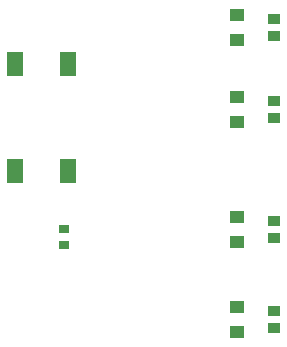
<source format=gtp>
G04*
G04 #@! TF.GenerationSoftware,Altium Limited,Altium Designer,22.9.1 (49)*
G04*
G04 Layer_Color=8421504*
%FSLAX25Y25*%
%MOIN*%
G70*
G04*
G04 #@! TF.SameCoordinates,BFF4783A-9A9A-4BA5-AF34-FCE32B05B8FC*
G04*
G04*
G04 #@! TF.FilePolarity,Positive*
G04*
G01*
G75*
%ADD14R,0.04134X0.03543*%
%ADD15R,0.04724X0.04331*%
%ADD16R,0.05512X0.08268*%
%ADD17R,0.03543X0.02854*%
D14*
X242500Y49646D02*
D03*
Y55354D02*
D03*
Y85354D02*
D03*
Y79646D02*
D03*
Y125354D02*
D03*
Y119646D02*
D03*
Y152854D02*
D03*
Y147146D02*
D03*
D15*
X230000Y78366D02*
D03*
Y86634D02*
D03*
Y145866D02*
D03*
Y154134D02*
D03*
Y118366D02*
D03*
Y126634D02*
D03*
Y48366D02*
D03*
Y56634D02*
D03*
D16*
X156142Y137913D02*
D03*
Y102087D02*
D03*
X173858Y137913D02*
D03*
Y102087D02*
D03*
D17*
X172500Y82707D02*
D03*
Y77293D02*
D03*
M02*

</source>
